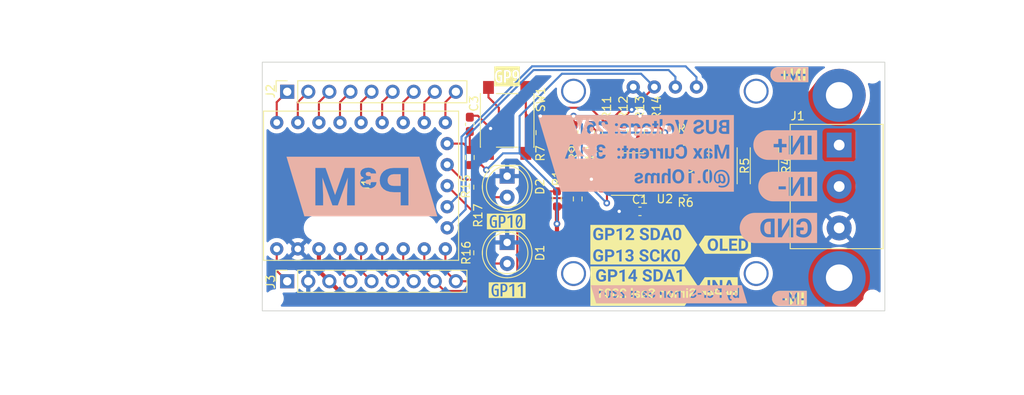
<source format=kicad_pcb>
(kicad_pcb (version 20211014) (generator pcbnew)
  (layers (0 "F.Cu" signal) (31 "B.Cu" signal) (34 "B.Paste" user) (35 "F.Paste" user) (36 "B.SilkS" user "B.Silkscreen") (37 "F.SilkS" user "F.Silkscreen") (38 "B.Mask" user) (39 "F.Mask" user) (44 "Edge.Cuts" user))
  (net 0 "")
  (net 1 "GND")
  (net 2 "+3V3")
  (net 3 "Net-(C2-Pad1)")
  (net 4 "Net-(C2-Pad2)")
  (net 5 "Net-(H2-Pad1)")
  (net 6 "Net-(H3-Pad1)")
  (net 7 "Net-(R10-Pad1)")
  (net 8 "Net-(R11-Pad1)")
  (net 9 "+5V")
  (net 10 "SDA1")
  (net 11 "SCK1")
  (net 12 "SDA0")
  (net 13 "SCK0")
  (net 14 "Net-(C3-Pad2)")
  (net 15 "Net-(J2-Pad1)")
  (net 16 "Net-(J2-Pad2)")
  (net 17 "Net-(J2-Pad3)")
  (net 18 "Net-(J2-Pad4)")
  (net 19 "Net-(J2-Pad5)")
  (net 20 "Net-(J2-Pad6)")
  (net 21 "Net-(J2-Pad7)")
  (net 22 "Net-(J2-Pad8)")
  (net 23 "Net-(J2-Pad9)")
  (net 24 "Net-(J3-Pad4)")
  (net 25 "Net-(J3-Pad5)")
  (net 26 "Net-(J3-Pad6)")
  (net 27 "Net-(J3-Pad7)")
  (net 28 "Net-(D1-Pad2)")
  (net 29 "Net-(R16-Pad2)")
  (net 30 "Net-(D2-Pad2)")
  (net 31 "Net-(R17-Pad2)")
  (footprint "Resistor_SMD:R_0603_1608Metric_Pad0.98x0.95mm_HandSolder" (layer "F.Cu") (at 152.5 85 180)
    (fp_text reference "R6" (at 0 -1.43) (layer "F.SilkS"))
    (fp_text value "10R")
    (pad "1" smd roundrect (at -0.9125 0 180) (size 0.975 0.95) (layers "F.Cu" "F.Paste" "F.Mask") (net 6 "Net-(H3-Pad1)"))
    (pad "2" smd roundrect (at 0.9125 0 180) (size 0.975 0.95) (layers "F.Cu" "F.Paste" "F.Mask") (net 4 "Net-(C2-Pad2)"))
  )
  (footprint "_PS_LIB_PCB:MKDS_3_3" (layer "F.Cu") (at 171 84.5 -90)
    (fp_text reference "J1" (at -8.5 5 unlocked) (layer "F.SilkS"))
    (fp_text value "Conn_01x03_Female")
    (pad "1" thru_hole rect (at -5 0 270) (size 3 3) (drill 1.3) (layers *.Cu *.Mask) (net 5 "Net-(H2-Pad1)"))
    (pad "2" thru_hole circle (at 0 0 270) (size 3 3) (drill 1.3) (layers *.Cu *.Mask) (net 6 "Net-(H3-Pad1)"))
    (pad "3" thru_hole circle (at 5 0 270) (size 3 3) (drill 1.3) (layers *.Cu *.Mask) (net 1 "GND"))
  )
  (footprint "Resistor_SMD:R_0603_1608Metric_Pad0.98x0.95mm_HandSolder" (layer "F.Cu") (at 127.5 92.5 90)
    (fp_text reference "R16" (at 0 -1.43 90) (layer "F.SilkS"))
    (fp_text value "120R")
    (pad "1" smd roundrect (at -0.9125 0 90) (size 0.975 0.95) (layers "F.Cu" "F.Paste" "F.Mask") (net 28 "Net-(D1-Pad2)"))
    (pad "2" smd roundrect (at 0.9125 0 90) (size 0.975 0.95) (layers "F.Cu" "F.Paste" "F.Mask") (net 29 "Net-(R16-Pad2)"))
  )
  (footprint "Connector_PinSocket_2.54mm:PinSocket_1x09_P2.54mm_Vertical" (layer "F.Cu") (at 104.5 95.93 90)
    (fp_text reference "J3" (at -0.07 -2 270) (layer "F.SilkS"))
    (fp_text value "Conn_01x09_Female")
    (pad "1" thru_hole rect (at 0 0 90) (size 1.7 1.7) (drill 1) (layers *.Cu *.Mask) (net 9 "+5V"))
    (pad "2" thru_hole oval (at 0 2.54 90) (size 1.7 1.7) (drill 1) (layers *.Cu *.Mask) (net 1 "GND"))
    (pad "3" thru_hole oval (at 0 5.08 90) (size 1.7 1.7) (drill 1) (layers *.Cu *.Mask) (net 2 "+3V3"))
    (pad "4" thru_hole oval (at 0 7.62 90) (size 1.7 1.7) (drill 1) (layers *.Cu *.Mask) (net 24 "Net-(J3-Pad4)"))
    (pad "5" thru_hole oval (at 0 10.16 90) (size 1.7 1.7) (drill 1) (layers *.Cu *.Mask) (net 25 "Net-(J3-Pad5)"))
    (pad "6" thru_hole oval (at 0 12.7 90) (size 1.7 1.7) (drill 1) (layers *.Cu *.Mask) (net 26 "Net-(J3-Pad6)"))
    (pad "7" thru_hole oval (at 0 15.24 90) (size 1.7 1.7) (drill 1) (layers *.Cu *.Mask) (net 27 "Net-(J3-Pad7)"))
    (pad "8" thru_hole oval (at 0 17.78 90) (size 1.7 1.7) (drill 1) (layers *.Cu *.Mask) (net 11 "SCK1"))
    (pad "9" thru_hole oval (at 0 20.32 90) (size 1.7 1.7) (drill 1) (layers *.Cu *.Mask) (net 10 "SDA1"))
  )
  (footprint "LED_THT:LED_D5.0mm" (layer "F.Cu") (at 131 91.25 -90)
    (fp_text reference "D1" (at 1.27 -3.96 90) (layer "F.SilkS"))
    (fp_text value "LED")
    (pad "1" thru_hole rect (at 0 0 270) (size 1.8 1.8) (drill 0.9) (layers *.Cu *.Mask) (net 1 "GND"))
    (pad "2" thru_hole circle (at 2.54 0 270) (size 1.8 1.8) (drill 0.9) (layers *.Cu *.Mask) (net 28 "Net-(D1-Pad2)"))
  )
  (footprint "Resistor_SMD:R_0603_1608Metric_Pad0.98x0.95mm_HandSolder" (layer "F.Cu") (at 152.5 79 180)
    (fp_text reference "R3" (at 0 1.5) (layer "F.SilkS"))
    (fp_text value "10R")
    (pad "1" smd roundrect (at -0.9125 0 180) (size 0.975 0.95) (layers "F.Cu" "F.Paste" "F.Mask") (net 5 "Net-(H2-Pad1)"))
    (pad "2" smd roundrect (at 0.9125 0 180) (size 0.975 0.95) (layers "F.Cu" "F.Paste" "F.Mask") (net 3 "Net-(C2-Pad1)"))
  )
  (footprint "Capacitor_SMD:C_0603_1608Metric_Pad1.08x0.95mm_HandSolder" (layer "F.Cu") (at 147 87.5)
    (fp_text reference "C1" (at 0 -1.43) (layer "F.SilkS"))
    (fp_text value "100nF")
    (pad "1" smd roundrect (at -0.8625 0) (size 1.075 0.95) (layers "F.Cu" "F.Paste" "F.Mask") (net 1 "GND"))
    (pad "2" smd roundrect (at 0.8625 0) (size 1.075 0.95) (layers "F.Cu" "F.Paste" "F.Mask") (net 2 "+3V3"))
  )
  (footprint "Resistor_SMD:R_0603_1608Metric_Pad0.98x0.95mm_HandSolder" (layer "F.Cu") (at 139 78 90)
    (fp_text reference "R9" (at -2.5 0 90) (layer "F.SilkS"))
    (fp_text value "4k7")
    (pad "1" smd roundrect (at -0.9125 0 90) (size 0.975 0.95) (layers "F.Cu" "F.Paste" "F.Mask") (net 7 "Net-(R10-Pad1)"))
    (pad "2" smd roundrect (at 0.9125 0 90) (size 0.975 0.95) (layers "F.Cu" "F.Paste" "F.Mask") (net 11 "SCK1"))
  )
  (footprint "kibuzzard-63CC5526" (layer "F.Cu") (at 147.5 96.518256)
    (fp_text reference "kibuzzard-63CC5526" hide)
    (fp_text value "G***" hide)
  )
  (footprint "Package_SO:SOIC-8_3.9x4.9mm_P1.27mm" (layer "F.Cu") (at 145.5 83)
    (fp_text reference "U2" (at 4.5 3) (layer "F.SilkS"))
    (fp_text value "INA219AxD")
    (pad "1" smd roundrect (at -2.475 -1.905) (size 1.95 0.6) (layers "F.Cu" "F.Paste" "F.Mask") (net 8 "Net-(R11-Pad1)"))
    (pad "2" smd roundrect (at -2.475 -0.635) (size 1.95 0.6) (layers "F.Cu" "F.Paste" "F.Mask") (net 7 "Net-(R10-Pad1)"))
    (pad "3" smd roundrect (at -2.475 0.635) (size 1.95 0.6) (layers "F.Cu" "F.Paste" "F.Mask") (net 10 "SDA1"))
    (pad "4" smd roundrect (at -2.475 1.905) (size 1.95 0.6) (layers "F.Cu" "F.Paste" "F.Mask") (net 11 "SCK1"))
    (pad "5" smd roundrect (at 2.475 1.905) (size 1.95 0.6) (layers "F.Cu" "F.Paste" "F.Mask") (net 2 "+3V3"))
    (pad "6" smd roundrect (at 2.475 0.635) (size 1.95 0.6) (layers "F.Cu" "F.Paste" "F.Mask") (net 1 "GND"))
    (pad "7" smd roundrect (at 2.475 -0.635) (size 1.95 0.6) (layers "F.Cu" "F.Paste" "F.Mask") (net 4 "Net-(C2-Pad2)"))
    (pad "8" smd roundrect (at 2.475 -1.905) (size 1.95 0.6) (layers "F.Cu" "F.Paste" "F.Mask") (net 3 "Net-(C2-Pad1)"))
  )
  (footprint "kibuzzard-63CC555F" (layer "F.Cu") (at 157.229461 91.518256)
    (fp_text reference "kibuzzard-63CC555F" hide)
    (fp_text value "G***" hide)
  )
  (footprint "Resistor_SMD:R_0603_1608Metric_Pad0.98x0.95mm_HandSolder" (layer "F.Cu") (at 145 77.9125 90)
    (fp_text reference "R12" (at 2.9125 0 90) (layer "F.SilkS"))
    (fp_text value "4k7")
    (pad "1" smd roundrect (at -0.9125 0 90) (size 0.975 0.95) (layers "F.Cu" "F.Paste" "F.Mask") (net 8 "Net-(R11-Pad1)"))
    (pad "2" smd roundrect (at 0.9125 0 90) (size 0.975 0.95) (layers "F.Cu" "F.Paste" "F.Mask") (net 1 "GND"))
  )
  (footprint "Connector_PinSocket_2.54mm:PinSocket_1x09_P2.54mm_Vertical" (layer "F.Cu") (at 104.5 73.07 90)
    (fp_text reference "J2" (at 0.07 -2 270) (layer "F.SilkS"))
    (fp_text value "Conn_01x09_Female")
    (pad "1" thru_hole rect (at 0 0 90) (size 1.7 1.7) (drill 1) (layers *.Cu *.Mask) (net 15 "Net-(J2-Pad1)"))
    (pad "2" thru_hole oval (at 0 2.54 90) (size 1.7 1.7) (drill 1) (layers *.Cu *.Mask) (net 16 "Net-(J2-Pad2)"))
    (pad "3" thru_hole oval (at 0 5.08 90) (size 1.7 1.7) (drill 1) (layers *.Cu *.Mask) (net 17 "Net-(J2-Pad3)"))
    (pad "4" thru_hole oval (at 0 7.62 90) (size 1.7 1.7) (drill 1) (layers *.Cu *.Mask) (net 18 "Net-(J2-Pad4)"))
    (pad "5" thru_hole oval (at 0 10.16 90) (size 1.7 1.7) (drill 1) (layers *.Cu *.Mask) (net 19 "Net-(J2-Pad5)"))
    (pad "6" thru_hole oval (at 0 12.7 90) (size 1.7 1.7) (drill 1) (layers *.Cu *.Mask) (net 20 "Net-(J2-Pad6)"))
    (pad "7" thru_hole oval (at 0 15.24 90) (size 1.7 1.7) (drill 1) (layers *.Cu *.Mask) (net 21 "Net-(J2-Pad7)"))
    (pad "8" thru_hole oval (at 0 17.78 90) (size 1.7 1.7) (drill 1) (layers *.Cu *.Mask) (net 22 "Net-(J2-Pad8)"))
    (pad "9" thru_hole oval (at 0 20.32 90) (size 1.7 1.7) (drill 1) (layers *.Cu *.Mask) (net 23 "Net-(J2-Pad9)"))
  )
  (footprint "kibuzzard-63CC555B" (layer "F.Cu") (at 156.433721 96.518256)
    (fp_text reference "kibuzzard-63CC555B" hide)
    (fp_text value "G***" hide)
  )
  (footprint "Resistor_SMD:R_0603_1608Metric_Pad0.98x0.95mm_HandSolder" (layer "F.Cu") (at 137 78 90)
    (fp_text reference "R8" (at -2.5 0 90) (layer "F.SilkS"))
    (fp_text value "4k7")
    (pad "1" smd roundrect (at -0.9125 0 90) (size 0.975 0.95) (layers "F.Cu" "F.Paste" "F.Mask") (net 7 "Net-(R10-Pad1)"))
    (pad "2" smd roundrect (at 0.9125 0 90) (size 0.975 0.95) (layers "F.Cu" "F.Paste" "F.Mask") (net 2 "+3V3"))
  )
  (footprint "_PS_LIB_PCB:SSD1306_0.96_Oled" (layer "F.Cu") (at 150 84)
    (fp_text reference "U3" hide)
    (fp_text value "OLED_SSD1306" hide)
    (pad "" np_thru_hole circle locked (at -11 -11) (size 3 3) (drill 2.5) (layers F&B.Cu *.Mask))
    (pad "" np_thru_hole circle locked (at 11 11) (size 3 3) (drill 2.5) (layers F&B.Cu *.Mask))
    (pad "" np_thru_hole circle locked (at 11 -11) (size 3 3) (drill 2.5) (layers F&B.Cu *.Mask))
    (pad "" np_thru_hole circle locked (at -11 11) (size 3 3) (drill 2.5) (layers F&B.Cu *.Mask))
    (pad "1" thru_hole circle locked (at -3.81 -11.5) (size 1.6 1.6) (drill 0.8) (layers *.Cu *.Mask) (net 1 "GND"))
    (pad "2" thru_hole circle locked (at -1.27 -11.5) (size 1.6 1.6) (drill 0.8) (layers *.Cu *.Mask) (net 2 "+3V3"))
    (pad "3" thru_hole circle locked (at 1.27 -11.5) (size 1.6 1.6) (drill 0.8) (layers *.Cu *.Mask) (net 13 "SCK0"))
    (pad "4" thru_hole circle locked (at 3.81 -11.5) (size 1.6 1.6) (drill 0.8) (layers *.Cu *.Mask) (net 12 "SDA0"))
  )
  (footprint "kibuzzard-63CC52D2" (layer "F.Cu") (at 131 97)
    (fp_text reference "kibuzzard-63CC52D2" hide)
    (fp_text value "G***" hide)
  )
  (footprint "_PS_LIB_PCB:Mounting_Hole_JLC" (layer "F.Cu") (at 175 98)
    (fp_text reference "MH*" hide)
    (fp_text value "Mounting_Hole_JLC" hide)
    (pad "" np_thru_hole circle (at 0 0) (size 1.152 1.152) (drill 1.152) (layers F&B.Cu *.Mask))
  )
  (footprint "_PS_LIB_PCB:Mounting_Hole_JLC" (layer "F.Cu") (at 175 71)
    (fp_text reference "MH*" hide)
    (fp_text value "Mounting_Hole_JLC" hide)
    (pad "" np_thru_hole circle (at 0 0) (size 1.152 1.152) (drill 1.152) (layers F&B.Cu *.Mask))
  )
  (footprint "_PS_LIB_PCB:RP2040-Zero" (layer "F.Cu") (at 125.15 93.405 90)
    (fp_text reference "U1" (at 8.905 -11.15 90 unlocked) (layer "F.SilkS"))
    (fp_text value "RP2040_Zero")
    (pad "0" thru_hole circle (at 16.62 -21.91 90) (size 1.6 1.6) (drill 0.8) (layers *.Cu *.Mask) (net 15 "Net-(J2-Pad1)"))
    (pad "1" thru_hole circle (at 16.62 -19.37 90) (size 1.6 1.6) (drill 0.8) (layers *.Cu *.Mask) (net 16 "Net-(J2-Pad2)"))
    (pad "2" thru_hole circle (at 16.62 -16.83 90) (size 1.6 1.6) (drill 0.8) (layers *.Cu *.Mask) (net 17 "Net-(J2-Pad3)"))
    (pad "3" thru_hole circle (at 16.62 -14.29 90) (size 1.6 1.6) (drill 0.8) (layers *.Cu *.Mask) (net 18 "Net-(J2-Pad4)"))
    (pad "4" thru_hole circle (at 16.62 -11.75 90) (size 1.6 1.6) (drill 0.8) (layers *.Cu *.Mask) (net 19 "Net-(J2-Pad5)"))
    (pad "5" thru_hole circle (at 16.62 -9.21 90) (size 1.6 1.6) (drill 0.8) (layers *.Cu *.Mask) (net 20 "Net-(J2-Pad6)"))
    (pad "6" thru_hole circle (at 16.62 -6.67 90) (size 1.6 1.6) (drill 0.8) (layers *.Cu *.Mask) (net 21 "Net-(J2-Pad7)"))
    (pad "7" thru_hole circle (at 16.62 -4.13 90) (size 1.6 1.6) (drill 0.8) (layers *.Cu *.Mask) (net 22 "Net-(J2-Pad8)"))
    (pad "8" thru_hole circle (at 16.62 -1.59 90) (size 1.6 1.6) (drill 0.8) (layers *.Cu *.Mask) (net 23 "Net-(J2-Pad9)"))
    (pad "9" thru_hole circle (at 14.08 -1.38 90) (size 1.6 1.6) (drill 0.8) (layers *.Cu *.Mask) (net 14 "Net-(C3-Pad2)"))
    (pad "10" thru_hole circle (at 11.54 -1.38 90) (size 1.6 1.6) (drill 0.8) (layers *.Cu *.Mask) (net 31 "Net-(R17-Pad2)"))
    (pad "11" thru_hole circle (at 9 -1.38 90) (size 1.6 1.6) (drill 0.8) (layers *.Cu *.Mask) (net 29 "Net-(R16-Pad2)"))
    (pad "12" thru_hole circle (at 6.46 -1.38 90) (size 1.6 1.6) (drill 0.8) (layers *.Cu *.Mask) (net 12 "SDA0"))
    (pad "13" thru_hole circle (at 3.92 -1.38 90) (size 1.6 1.6) (drill 0.8) (layers *.Cu *.Mask) (net 13 "SCK0"))
    (pad "14" thru_hole circle (at 1.38 -1.59 90) (size 1.6 1.6) (drill 0.8) (layers *.Cu *.Mask) (net 10 "SDA1"))
    (pad "15" thru_hole circle (at 1.38 -4.13 90) (size 1.6 1.6) (drill 0.8) (layers *.Cu *.Mask) (net 11 "SCK1"))
    (pad "26" thru_hole circle (at 1.38 -6.67 90) (size 1.6 1.6) (drill 0.8) (layers *.Cu *.Mask) (net 27 "Net-(J3-Pad7)"))
    (pad "27" thru_hole circle (at 1.38 -9.21 90) (size 1.6 1.6) (drill 0.8) (layers *.Cu *.Mask) (net 26 "Net-(J3-Pad6)"))
    (pad "28" thru_hole circle (at 1.38 -11.75 90) (size 1.6 1.6) (drill 0.8) (layers *.Cu *.Mask) (net 25 "Net-(J3-Pad5)"))
    (pad "29" thru_hole circle (at 1.38 -14.29 90) (size 1.6 1.6) (drill 0.8) (layers *.Cu *.Mask) (net 24 "Net-(J3-Pad4)"))
    (pad "30" thru_hole circle (at 1.38 -16.83 90) (size 1.6 1.6) (drill 0.8) (layers *.Cu *.Mask) (net 2 "+3V3"))
    (pad "31" thru_hole circle (at 1.38 -19.37 90) (size 1.6 1.6) (drill 0.8) (layers *.Cu *.Mask) (net 1 "GND"))
    (pad "32" thru_hole circle (at 1.38 -21.91 90) (size 1.6 1.6) (drill 0.8) (layers *.Cu *.Mask) (net 9 "+5V"))
  )
  (footprint "Resistor_SMD:R_0603_1608Metric_Pad0.98x0.95mm_HandSolder" (layer "F.Cu") (at 137 86 90)
    (fp_text reference "R1" (at 2.5 0 90) (layer "F.SilkS"))
    (fp_text value "4k7")
    (pad "1" smd roundrect (at -0.9125 0 90) (size 0.975 0.95) (layers "F.Cu" "F.Paste" "F.Mask") (net 2 "+3V3"))
    (pad "2" smd roundrect (at 0.9125 0 90) (size 0.975 0.95) (layers "F.Cu" "F.Paste" "F.Mask") (net 10 "SDA1"))
  )
  (footprint "Resistor_SMD:R_0603_1608Metric_Pad0.98x0.95mm_HandSolder" (layer "F.Cu") (at 126.5 81 -90)
    (fp_text reference "R15" (at 3.5 0.5 90) (layer "F.SilkS"))
    (fp_text value "10k")
    (pad "1" smd roundrect (at -0.9125 0 270) (size 0.975 0.95) (layers "F.Cu" "F.Paste" "F.Mask") (net 14 "Net-(C3-Pad2)"))
    (pad "2" smd roundrect (at 0.9125 0 270) (size 0.975 0.95) (layers "F.Cu" "F.Paste" "F.Mask") (net 2 "+3V3"))
  )
  (footprint "Capacitor_SMD:C_0603_1608Metric_Pad1.08x0.95mm_HandSolder" (layer "F.Cu") (at 126.5 77 -90)
    (fp_text reference "C3" (at -2.5 -0.5 -90) (layer "F.SilkS"))
    (fp_text value "10n")
    (pad "1" smd roundrect (at -0.8625 0 270) (size 1.075 0.95) (layers "F.Cu" "F.Paste" "F.Mask") (net 1 "GND"))
    (pad "2" smd roundrect (at 0.8625 0 270) (size 1.075 0.95) (layers "F.Cu" "F.Paste" "F.Mask") (net 14 "Net-(C3-Pad2)"))
  )
  (footprint "Resistor_SMD:R_2512_6332Metric_Pad1.40x3.35mm_HandSolder" (layer "F.Cu") (at 162 82 -90)
    (fp_text reference "R4" (at 0 -2.62 90) (layer "F.SilkS"))
    (fp_text value "0.1R")
    (pad "1" smd roundrect (at -3.05 0 270) (size 1.4 3.35) (layers "F.Cu" "F.Paste" "F.Mask") (roundrect_rratio 0.1785707143) (net 5 "Net-(H2-Pad1)"))
    (pad "2" smd roundrect (at 3.05 0 270) (size 1.4 3.35) (layers "F.Cu" "F.Paste" "F.Mask") (roundrect_rratio 0.1785707143) (net 6 "Net-(H3-Pad1)"))
  )
  (footprint "_PS_LIB_PCB:Mounting_Hole_JLC" (layer "F.Cu") (at 103 71)
    (fp_text reference "MH*" hide)
    (fp_text value "Mounting_Hole_JLC" hide)
    (pad "" np_thru_hole circle (at 0 0) (size 1.152 1.152) (drill 1.152) (layers F&B.Cu *.Mask))
  )
  (footprint "kibuzzard-63CC52C8" (layer "F.Cu") (at 130.876141 88.716753)
    (fp_text reference "kibuzzard-63CC52C8" hide)
    (fp_text value "G***" hide)
  )
  (footprint "Resistor_SMD:R_2512_6332Metric_Pad1.40x3.35mm_HandSolder" (layer "F.Cu") (at 157 82 -90)
    (fp_text reference "R5" (at 0 -2.62 90) (layer "F.SilkS"))
    (fp_text value "0.1R")
    (pad "1" smd roundrect (at -3.05 0 270) (size 1.4 3.35) (layers "F.Cu" "F.Paste" "F.Mask") (roundrect_rratio 0.1785707143) (net 5 "Net-(H2-Pad1)"))
    (pad "2" smd roundrect (at 3.05 0 270) (size 1.4 3.35) (layers "F.Cu" "F.Paste" "F.Mask") (roundrect_rratio 0.1785707143) (net 6 "Net-(H3-Pad1)"))
  )
  (footprint "Resistor_SMD:R_0603_1608Metric_Pad0.98x0.95mm_HandSolder" (layer "F.Cu") (at 143 77.9125 90)
    (fp_text reference "R11" (at 2.9125 0 90) (layer "F.SilkS"))
    (fp_text value "4k7")
    (pad "1" smd roundrect (at -0.9125 0 90) (size 0.975 0.95) (layers "F.Cu" "F.Paste" "F.Mask") (net 8 "Net-(R11-Pad1)"))
    (pad "2" smd roundrect (at 0.9125 0 90) (size 0.975 0.95) (layers "F.Cu" "F.Paste" "F.Mask") (net 2 "+3V3"))
  )
  (footprint "Resistor_SMD:R_0603_1608Metric_Pad0.98x0.95mm_HandSolder" (layer "F.Cu") (at 149 77.9125 90)
    (fp_text reference "R14" (at 2.9125 0 90) (layer "F.SilkS"))
    (fp_text value "4k7")
    (pad "1" smd roundrect (at -0.9125 0 90) (size 0.975 0.95) (layers "F.Cu" "F.Paste" "F.Mask") (net 8 "Net-(R11-Pad1)"))
    (pad "2" smd roundrect (at 0.9125 0 90) (size 0.975 0.95) (layers "F.Cu" "F.Paste" "F.Mask") (net 10 "SDA1"))
  )
  (footprint "kibuzzard-63CC531B" (layer "F.Cu") (at 165 71)
    (fp_text reference "kibuzzard-63CC531B" hide)
    (fp_text value "G***" hide)
  )
  (footprint "LED_THT:LED_D5.0mm" (layer "F.Cu") (at 131 83.25 -90)
    (fp_text reference "D2" (at 1.27 -3.96 90) (layer "F.SilkS"))
    (fp_text value "LED")
    (pad "1" thru_hole rect (at 0 0 270) (size 1.8 1.8) (drill 0.9) (layers *.Cu *.Mask) (net 1 "GND"))
    (pad "2" thru_hole circle (at 2.54 0 270) (size 1.8 1.8) (drill 0.9) (layers *.Cu *.Mask) (net 30 "Net-(D2-Pad2)"))
  )
  (footprint "Resistor_SMD:R_0603_1608Metric_Pad0.98x0.95mm_HandSolder" (layer "F.Cu") (at 135 78 90)
    (fp_text reference "R7" (at -2.5 0 90) (layer "F.SilkS"))
    (fp_text value "4k7")
    (pad "1" smd roundrect (at -0.9125 0 90) (size 0.975 0.95) (layers "F.Cu" "F.Paste" "F.Mask") (net 7 "Net-(R10-Pad1)"))
    (pad "2" smd roundrect (at 0.9125 0 90) (size 0.975 0.95) (layers "F.Cu" "F.Paste" "F.Mask") (net 1 "GND"))
  )
  (footprint "Resistor_SMD:R_0603_1608Metric_Pad0.98x0.95mm_HandSolder" (layer "F.Cu") (at 139.5 86 90)
    (fp_text reference "R2" (at 2.5 0 90) (layer "F.SilkS"))
    (fp_text value "4k7")
    (pad "1" smd roundrect (at -0.9125 0 90) (size 0.975 0.95) (layers "F.Cu" "F.Paste" "F.Mask") (net 2 "+3V3"))
    (pad "2" smd roundrect (at 0.9125 0 90) (size 0.975 0.95) (layers "F.Cu" "F.Paste" "F.Mask") (net 11 "SCK1"))
  )
  (footprint "_PS_LIB_PCB:Langloch" (layer "F.Cu") (at 114.5 89.5)
    (fp_text reference "H1" hide)
    (fp_text value "MountingHole" hide)
    (pad "" np_thru_hole oval (at 0 0) (size 15 2) (drill oval 15 2) (layers F&B.Cu *.Mask))
  )
  (footprint "kibuzzard-63CC5329" (layer "F.Cu") (at 165 98)
    (fp_text reference "kibuzzard-63CC5329" hide)
    (fp_text value "G***" hide)
  )
  (footprint "kibuzzard-63CC52B4" (layer "F.Cu") (at 130.989678 71.210995)
    (fp_text reference "kibuzzard-63CC52B4" hide)
    (fp_text value "G***" hide)
  )
  (footprint "Resistor_SMD:R_0603_1608Metric_Pad0.98x0.95mm_HandSolder" (layer "F.Cu") (at 147 77.9125 90)
    (fp_text reference "R13" (at 2.9125 0 90) (layer "F.SilkS"))
    (fp_text value "4k7")
    (pad "1" smd roundrect (at -0.9125 0 90) (size 0.975 0.95) (layers "F.Cu" "F.Paste" "F.Mask") (net 8 "Net-(R11-Pad1)"))
    (pad "2" smd roundrect (at 0.9125 0 90) (size 0.975 0.95) (layers "F.Cu" "F.Paste" "F.Mask") (net 11 "SCK1"))
  )
  (footprint "Capacitor_SMD:C_0603_1608Metric_Pad1.08x0.95mm_HandSolder" (layer "F.Cu") (at 151.5 82 -90)
    (fp_text reference "C2" (at 0 -1.43 -90) (layer "F.SilkS"))
    (fp_text value "100nF")
    (pad "1" smd roundrect (at -0.8625 0 270) (size 1.075 0.95) (layers "F.Cu" "F.Paste" "F.Mask") (net 3 "Net-(C2-Pad1)"))
    (pad "2" smd roundrect (at 0.8625 0 270) (size 1.075 0.95) (layers "F.Cu" "F.Paste" "F.Mask") (net 4 "Net-(C2-Pad2)"))
  )
  (footprint "kibuzzard-63CC54E8" (layer "F.Cu") (at 147.46809 91.518256)
    (fp_text reference "kibuzzard-63CC54E8" hide)
    (fp_text value "G***" hide)
  )
  (footprint "Button_Switch_SMD:SW_Push_1P1T_NO_6x6mm_H9.5mm" (layer "F.Cu") (at 131 76.525 -90)
    (fp_text reference "SW1" (at -2.525 -4.05 90) (layer "F.SilkS"))
    (fp_text value "SW_MEC_5G")
    (pad "1" smd rect (at -3.975 -2.25 270) (size 1.55 1.3) (layers "F.Cu" "F.Paste" "F.Mask") (net 1 "GND"))
    (pad "1" smd rect (at 3.975 -2.25 270) (size 1.55 1.3) (layers "F.Cu" "F.Paste" "F.Mask") (net 1 "GND"))
    (pad "2" smd rect (at -3.975 2.25 270) (size 1.55 1.3) (layers "F.Cu" "F.Paste" "F.Mask") (net 14 "Net-(C3-Pad2)"))
    (pad "2" smd rect (at 3.975 2.25 270) (size 1.55 1.3) (layers "F.Cu" "F.Paste" "F.Mask") (net 14 "Net-(C3-Pad2)"))
  )
  (footprint "MountingHole:MountingHole_3.2mm_M3_Pad_TopBottom" (layer "F.Cu") (at 171 73.5)
    (fp_text reference "H2" hide)
    (fp_text value "MountingHole_Pad" hide)
    (pad "1" thru_hole circle (at 0 0) (size 3.6 3.6) (drill 3.2) (layers *.Cu *.Mask) (net 5 "Net-(H2-Pad1)"))
    (pad "1" connect circle (at 0 0) (size 6.4 6.4) (layers "F.Cu" "F.Mask") (net 5 "Net-(H2-Pad1)"))
    (pad "1" connect circle (at 0 0) (size 6.4 6.4) (layers "B.Cu" "B.Mask") (net 5 "Net-(H2-Pad1)"))
  )
  (footprint "Resistor_SMD:R_0603_1608Metric_Pad0.98x0.95mm_HandSolder" (layer "F.Cu") (at 127.5 84.5875 90)
    (fp_text reference "R17" (at -3.4125 0 90) (layer "F.SilkS"))
    (fp_text value "120R")
    (pad "1" smd roundrect (at -0.9125 0 90) (size 0.975 0.95) (layers "F.Cu" "F.Paste" "F.Mask") (net 30 "Net-(D2-Pad2)"))
    (pad "2" smd roundrect (at 0.9125 0 90) (size 0.975 0.95) (layers "F.Cu" "F.Paste" "F.Mask") (net 31 "Net-(R17-Pad2)"))
  )
  (footprint "Resistor_SMD:R_0603_1608Metric_Pad0.98x0.95mm_HandSolder" (layer "F.Cu") (at 141 78 90)
    (fp_text reference "R10" (at -3 0 90) (layer "F.SilkS"))
    (fp_text value "4k7")
    (pad "1" smd roundrect (at -0.9125 0 90) (size 0.975 0.95) (layers "F.Cu" "F.Paste" "F.Mask") (net 7 "Net-(R10-Pad1)"))
    (pad "2" smd roundrect (at 0.9125 0 90) (size 0.975 0.95) (layers "F.Cu" "F.Paste" "F.Mask") (net 10 "SDA1"))
  )
  (footprint "MountingHole:MountingHole_3.2mm_M3_Pad_TopBottom" (layer "F.Cu") (at 171 95.5)
    (fp_text reference "H3" hide)
    (fp_text value "MountingHole_Pad" hide)
    (pad "1" connect circle (at 0 0) (size 6.4 6.4) (layers "B.Cu" "B.Mask") (net 6 "Net-(H3-Pad1)"))
    (pad "1" thru_hole circle (at 0 0) (size 3.6 3.6) (drill 3.2) (layers *.Cu *.Mask) (net 6 "Net-(H3-Pad1)"))
    (pad "1" connect circle (at 0 0) (size 6.4 6.4) (layers "F.Cu" "F.Mask") (net 6 "Net-(H3-Pad1)"))
  )
  (footprint "_PS_LIB_PCB:Mounting_Hole_JLC" (layer "F.Cu") (at 103 98)
    (fp_text reference "MH*" hide)
    (fp_text value "Mounting_Hole_JLC" hide)
    (pad "" np_thru_hole circle (at 0 0) (size 1.152 1.152) (drill 1.152) (layers F&B.Cu *.Mask))
  )
  (footprint "kibuzzard-63CBF098" (layer "B.Cu") (at 150.5 97.5 180)
    (fp_text reference "kibuzzard-63CBF098" hide)
    (fp_text value "G***" hide)
  )
  (footprint "kibuzzard-63CC5385" (layer "B.Cu") (at 165 98 180)
    (fp_text reference "kibuzzard-63CC5385" hide)
    (fp_text value "G***" hide)
  )
  (footprint "kibuzzard-63CBEE3D" (layer "B.Cu") (at 164.5 79.5 180)
    (fp_text reference "kibuzzard-63CBEE3D" hide)
    (fp_text value "G***" hide)
  )
  (footprint "kibuzzard-63CBEE36" (layer "B.Cu") (at 164.796106 84.5 180)
    (fp_text reference "kibuzzard-63CBEE36" hide)
    (fp_text value "G***" hide)
  )
  (footprint "kibuzzard-63CC537E" (layer "B.Cu") (at 165 71 180)
    (fp_text reference "kibuzzard-63CC537E" hide)
    (fp_text value "G***" hide)
  )
  (footprint "kibuzzard-63CBEDF8" (layer "B.Cu") (at 163.677569 89.5 180)
    (fp_text reference "kibuzzard-63CBEDF8" hide)
    (fp_text value "G***" hide)
  )
  (footprint "kibuzzard-63CBEF03" (layer "B.Cu") (at 113.5 84.5 180)
    (fp_text reference "kibuzzard-63CBEF03" hide)
    (fp_text value "G***" hide)
  )
  (footprint "kibuzzard-63CEA8C5" (layer "B.Cu") (at 146.5 80.5 180)
    (fp_text reference "kibuzzard-63CEA8C5" hide)
    (fp_text value "G***" hide)
  )
  (gr_rect (start 101.5 69.5) (end 176.5 99.5) (layer "Edge.Cuts") (width 0.1) (fill none))
  (segment (start 145 76.226349) (end 146.001849 75.2245) (width 0.25) (layer "F.Cu") (net 1))
  (segment (start 133.5 76) (end 133.25 75.75) (width 0.25) (layer "F.Cu") (net 1))
  (segment (start 133.25 80.5) (end 133.25 75.75) (width 0.25) (layer "F.Cu") (net 1))
  (segment (start 133.25 75.75) (end 133.25 72.55) (width 0.25) (layer "F.Cu") (net 1))
  (segment (start 135 76) (end 133.5 76) (width 0.25) (layer "F.Cu") (net 1))
  (segment (start 127.4625 75.9625) (end 129 77.5) (width 0.25) (layer "F.Cu") (net 1))
  (segment (start 145.9625 87.5) (end 145.9625 84.0375) (width 0.25) (layer "F.Cu") (net 1))
  (segment (start 135 77.0875) (end 135 76) (width 0.25) (layer "F.Cu") (net 1))
  (segment (start 145.9625 84.0375) (end 146.365 83.635) (width 0.25) (layer "F.Cu") (net 1))
  (segment (start 126.5 75.9625) (end 127.4625 75.9625) (width 0.25) (layer "F.Cu") (net 1))
  (segment (start 145 77) (end 145 76.226349) (width 0.25) (layer "F.Cu") (net 1))
  (segment (start 146.365 83.635) (end 147.975 83.635) (width 0.25) (layer "F.Cu") (net 1))
  (segment (start 145.9625 87.5) (end 144.5 87.5) (width 0.25) (layer "F.Cu") (net 1))
  (via (at 129 77.5) (size 0.8) (drill 0.4) (layers "F.Cu" "B.Cu") (net 1))
  (via (at 146.001849 75.2245) (size 0.8) (drill 0.4) (layers "F.Cu" "B.Cu") (net 1))
  (via (at 144.5 87.5) (size 0.8) (drill 0.4) (layers "F.Cu" "B.Cu") (net 1))
  (via (at 135 76) (size 0.8) (drill 0.4) (layers "F.Cu" "B.Cu") (net 1))
  (segment (start 108.32 92.025) (end 108.32 94.67) (width 0.5) (layer "F.Cu") (net 2))
  (segment (start 138 75) (end 141 75) (width 0.25) (layer "F.Cu") (net 2))
  (segment (start 137 76) (end 138 75) (width 0.25) (layer "F.Cu") (net 2))
  (segment (start 139.5 86.9125) (end 141.4125 86.9125) (width 0.5) (layer "F.Cu") (net 2))
  (segment (start 141 75) (end 143 77) (width 0.25) (layer "F.Cu") (net 2))
  (segment (start 144 89.5) (end 147 89.5) (width 0.5) (layer "F.Cu") (net 2))
  (segment (start 127.9125 81.9125) (end 128.5 82.5) (width 0.25) (layer "F.Cu") (net 2))
  (segment (start 148.0375 88.4625) (end 148.0375 87.5) (width 0.5) (layer "F.Cu") (net 2))
  (segment (start 126.5 81.9125) (end 127.9125 81.9125) (width 0.25) (layer "F.Cu") (net 2))
  (segment (start 108.32 94.67) (end 109.58 95.93) (width 0.5) (layer "F.Cu") (net 2))
  (segment (start 137 77.0875) (end 137 76) (width 0.25) (layer "F.Cu") (net 2))
  (segment (start 148.0375 87.5) (end 148.0375 84.9675) (width 0.25) (layer "F.Cu") (net 2))
  (segment (start 147 89.5) (end 148.0375 88.4625) (width 0.5) (layer "F.Cu") (net 2))
  (segment (start 137 86.9125) (end 139.5 86.9125) (width 0.5) (layer "F.Cu") (net 2))
  (segment (start 145.5 74.5) (end 143 77) (width 0.25) (layer "F.Cu") (net 2))
  (segment (start 148.0375 84.9675) (end 147.975 84.905) (width 0.25) (layer "F.Cu") (net 2))
  (segment (start 141.4125 86.9125) (end 144 89.5) (width 0.5) (layer "F.Cu") (net 2))
  (segment (start 137 92.5) (end 137 86.9125) (width 0.5) (layer "F.Cu") (net 2))
  (segment (start 111.32903 97.67903) (end 131.82097 97.67903) (width 0.5) (layer "F.Cu") (net 2))
  (segment (start 146.73 74.5) (end 145.5 74.5) (width 0.25) (layer "F.Cu") (net 2))
  (segment (start 131.82097 97.67903) (end 137 92.5) (width 0.5) (layer "F.Cu") (net 2))
  (segment (start 109.58 95.93) (end 111.32903 97.67903) (width 0.5) (layer "F.Cu") (net 2))
  (segment (start 148.73 72.5) (end 146.73 74.5) (width 0.25) (layer "F.Cu") (net 2))
  (via (at 137 89) (size 0.8) (drill 0.4) (layers "F.Cu" "B.Cu") (net 2))
  (via (at 128.5 82.5) (size 0.8) (drill 0.4) (layers "F.Cu" "B.Cu") (net 2))
  (segment (start 132.5 80.5) (end 137 85) (width 0.25) (layer "B.Cu") (net 2))
  (segment (start 148.73 72.5) (end 147.12904 70.89904) (width 0.25) (layer "B.Cu") (net 2))
  (segment (start 128.5 82.5) (end 130.5 80.5) (width 0.25) (layer "B.Cu") (net 2))
  (segment (start 130.5 80.5) (end 132.5 80.5) (width 0.25) (layer "B.Cu") (net 2))
  (segment (start 147.12904 70.89904) (end 137.60096 70.89904) (width 0.25) (layer "B.Cu") (net 2))
  (segment (start 137.60096 70.89904) (end 132.5 76) (width 0.25) (layer "B.Cu") (net 2))
  (segment (start 137 85) (end 137 89) (width 0.25) (layer "B.Cu") (net 2))
  (segment (start 132.5 76) (end 132.5 80.5) (width 0.25) (layer "B.Cu") (net 2))
  (segment (start 147.975 81.095) (end 151.4575 81.095) (width 0.25) (layer "F.Cu") (net 3))
  (segment (start 151.5 79.0875) (end 151.5875 79) (width 0.25) (layer "F.Cu") (net 3))
  (segment (start 151.4575 81.095) (end 151.5 81.1375) (width 0.25) (layer "F.Cu") (net 3))
  (segment (start 151.5 81.1375) (end 151.5 79.0875) (width 0.25) (layer "F.Cu") (net 3))
  (segment (start 147.975 82.365) (end 151.0025 82.365) (width 0.25) (layer "F.Cu") (net 4))
  (segment (start 151.5 82.8625) (end 151.5 84.9125) (width 0.25) (layer "F.Cu") (net 4))
  (segment (start 151.0025 82.365) (end 151.5 82.8625) (width 0.25) (layer "F.Cu") (net 4))
  (segment (start 151.5 84.9125) (end 151.5875 85) (width 0.25) (layer "F.Cu") (net 4))
  (segment (start 156.95 79) (end 157 78.95) (width 0.25) (layer "F.Cu") (net 5))
  (segment (start 153.4125 79) (end 156.95 79) (width 0.25) (layer "F.Cu") (net 5))
  (segment (start 156.95 85) (end 157 85.05) (width 0.25) (layer "F.Cu") (net 6))
  (segment (start 153.4125 85) (end 156.95 85) (width 0.25) (layer "F.Cu") (net 6))
  (segment (start 135 78.9125) (end 137 78.9125) (width 0.25) (layer "F.Cu") (net 7))
  (segment (start 137 78.9125) (end 139 78.9125) (width 0.25) (layer "F.Cu") (net 7))
  (segment (start 139 78.9125) (end 141 78.9125) (width 0.25) (layer "F.Cu") (net 7))
  (segment (start 141 82) (end 141 78.9125) (width 0.25) (layer "F.Cu") (net 7))
  (segment (start 143.025 82.365) (end 141.365 82.365) (width 0.25) (layer "F.Cu") (net 7))
  (segment (start 141.365 82.365) (end 141 82) (width 0.25) (layer "F.Cu") (net 7))
  (segment (start 143.025 81.095) (end 143.025 78.85) (width 0.25) (layer "F.Cu") (net 8))
  (segment (start 143 78.825) (end 145 78.825) (width 0.25) (layer "F.Cu") (net 8))
  (segment (start 143.025 78.85) (end 143 78.825) (width 0.25) (layer "F.Cu") (net 8))
  (segment (start 147 78.825) (end 145 78.825) (width 0.25) (layer "F.Cu") (net 8))
  (segment (start 149 78.825) (end 147 78.825) (width 0.25) (layer "F.Cu") (net 8))
  (segment (start 103.24 92.025) (end 103.24 94.67) (width 0.25) (layer "F.Cu") (net 9))
  (segment (start 103.24 94.67) (end 104.5 95.93) (width 0.25) (layer "F.Cu") (net 9))
  (segment (start 131.07 95.93) (end 124.82 95.93) (width 0.25) (layer "F.Cu") (net 10))
  (segment (start 135.776782 85.0875) (end 132.224511 88.639771) (width 0.25) (layer "F.Cu") (net 10))
  (segment (start 141.135 83.635) (end 141.147299 83.622701) (width 0.25) (layer "F.Cu") (net 10))
  (segment (start 143.025 83.635) (end 141.135 83.635) (width 0.25) (layer "F.Cu") (net 10))
  (segment (start 150 78) (end 149 77) (width 0.25) (layer "F.Cu") (net 10))
  (segment (start 132.224511 94.775489) (end 131.07 95.93) (width 0.25) (layer "F.Cu") (net 10))
  (segment (start 142 78) (end 141.9125 78) (width 0.25) (layer "F.Cu") (net 10))
  (segment (start 123.56 92.025) (end 123.56 94.67) (width 0.25) (layer "F.Cu") (net 10))
  (segment (start 138.4525 83.635) (end 137 85.0875) (width 0.25) (layer "F.Cu") (net 10))
  (segment (start 141.135 83.635) (end 138.4525 83.635) (width 0.25) (layer "F.Cu") (net 10))
  (segment (start 132.224511 88.639771) (end 132.224511 94.775489) (width 0.25) (layer "F.Cu") (net 10))
  (segment (start 141.9125 78) (end 141 77.0875) (width 0.25) (layer "F.Cu") (net 10))
  (segment (start 137 85.0875) (end 135.776782 85.0875) (width 0.25) (layer "F.Cu") (net 10))
  (segment (start 123.56 94.67) (end 124.82 95.93) (width 0.25) (layer "F.Cu") (net 10))
  (via (at 141.147299 83.622701) (size 0.8) (drill 0.4) (layers "F.Cu" "B.Cu") (net 10))
  (via (at 150 78) (size 0.8) (drill 0.4) (layers "F.Cu" "B.Cu") (net 10))
  (via (at 142 78) (size 0.8) (drill 0.4) (layers "F.Cu" "B.Cu") (net 10))
  (segment (start 141.147299 78.852701) (end 142 78) (width 0.25) (layer "B.Cu") (net 10))
  (segment (start 142 78) (end 150 78) (width 0.25) (layer "B.Cu") (net 10))
  (segment (start 141.147299 83.622701) (end 141.147299 78.852701) (width 0.25) (layer "B.Cu") (net 10))
  (segment (start 147 76) (end 147 77) (width 0.25) (layer "F.Cu") (net 11))
  (segment (start 133.5 94.135717) (end 130.531206 97.104511) (width 0.25) (layer "F.Cu") (net 11))
  (segment (start 130.531206 97.104511) (end 123.454511 97.104511) (width 0.25) (layer "F.Cu") (net 11))
  (segment (start 133.5 88) (end 133.5 94.135717) (width 0.25) (layer "F.Cu") (net 11))
  (segment (start 121.02 94.67) (end 122.28 95.93) (width 0.25) (layer "F.Cu") (net 11))
  (segment (start 139.5 85.0875) (end 138.68798 85.89952) (width 0.25) (layer "F.Cu") (net 11))
  (segment (start 135.60048 85.89952) (end 133.5 88) (width 0.25) (layer "F.Cu") (net 11))
  (segment (start 138.68798 85.89952) (end 135.60048 85.89952) (width 0.25) (layer "F.Cu") (net 11))
  (segment (start 139 76) (end 139 77.0875) (width 0.25) (layer "F.Cu") (net 11))
  (segment (start 123.454511 97.104511) (end 122.28 95.93) (width 0.25) (layer "F.Cu") (net 11))
  (segment (start 121.02 92.025) (end 121.02 94.67) (width 0.25) (layer "F.Cu") (net 11))
  (segment (start 143.025 84.905) (end 143.025 86.475) (width 0.25) (layer "F.Cu") (net 11))
  (segment (start 143.025 84.905) (end 139.6825 84.905) (width 0.25) (layer "F.Cu") (net 11))
  (segment (start 139.6825 84.905) (end 139.5 85.0875) (width 0.25) (layer "F.Cu") (net 11))
  (segment (start 143.025 86.475) (end 143 86.5) (width 0.25) (layer "F.Cu") (net 11))
  (via (at 143 86.5) (size 0.8) (drill 0.4) (layers "F.Cu" "B.Cu") (net 11))
  (via (at 139 76) (size 0.8) (drill 0.4) (layers "F.Cu" "B.Cu") (net 11))
  (via (at 147 76) (size 0.8) (drill 0.4) (layers "F.Cu" "B.Cu") (net 11))
  (segment (start 139 76) (end 147 76) (width 0.25) (layer "B.Cu") (net 11))
  (segment (start 139.997123 83.497123) (end 143 86.5) (width 0.25) (layer "B.Cu") (net 11))
  (segment (start 139 76) (end 139.997123 76.997123) (width 0.25) (layer "B.Cu") (net 11))
  (segment (start 139.997123 76.997123) (end 139.997123 83.497123) (width 0.25) (layer "B.Cu") (net 11))
  (segment (start 152.5 70) (end 153.81 71.31) (width 0.25) (layer "B.Cu") (net 12))
  (segment (start 153.81 71.31) (end 153.81 72.5) (width 0.25) (layer "B.Cu") (net 12))
  (segment (start 125.5 78.5) (end 134 70) (width 0.25) (layer "B.Cu") (net 12))
  (segment (start 123.77 86.945) (end 125.5 85.215) (width 0.25) (layer "B.Cu") (net 12))
  (segment (start 125.5 85.215) (end 125.5 78.5) (width 0.25) (layer "B.Cu") (net 12))
  (segment (start 134 70) (end 152.5 70) (width 0.25) (layer "B.Cu") (net 12))
  (segment (start 126 87.255) (end 126 78.635718) (width 0.25) (layer "B.Cu") (net 13))
  (segment (start 150.44952 70.44952) (end 151.27 71.27) (width 0.25) (layer "B.Cu") (net 13))
  (segment (start 126 78.635718) (end 134.186198 70.44952) (width 0.25) (layer "B.Cu") (net 13))
  (segment (start 134.186198 70.44952) (end 150.44952 70.44952) (width 0.25) (layer "B.Cu") (net 13))
  (segment (start 151.27 71.27) (end 151.27 72.5) (width 0.25) (layer "B.Cu") (net 13))
  (segment (start 123.77 89.485) (end 126 87.255) (width 0.25) (layer "B.Cu") (net 13))
  (segment (start 128.75 73.75) (end 128.75 72.55) (width 0.25) (layer "F.Cu") (net 14))
  (segment (start 130 79.25) (end 130 75) (width 0.25) (layer "F.Cu") (net 14))
  (segment (start 126.5 80.0875) (end 125.7375 79.325) (width 0.25) (layer "F.Cu") (net 14))
  (segment (start 125.7375 79.325) (end 123.77 79.325) (width 0.25) (layer "F.Cu") (net 14))
  (segment (start 126.5 78.0375) (end 126.5 80.0875) (width 0.25) (layer "F.Cu") (net 14))
  (segment (start 128.75 80.5) (end 130 79.25) (width 0.25) (layer "F.Cu") (net 14))
  (segment (start 126.9125 80.5) (end 126.5 80.0875) (width 0.25) (layer "F.Cu") (net 14))
  (segment (start 128.75 80.5) (end 126.9125 80.5) (width 0.25) (layer "F.Cu") (net 14))
  (segment (start 130 75) (end 128.75 73.75) (width 0.25) (layer "F.Cu") (net 14))
  (segment (start 103.24 76.785) (end 103.24 74.33) (width 0.25) (layer "F.Cu") (net 15))
  (segment (start 103.24 74.33) (end 104.5 73.07) (width 0.25) (layer "F.Cu") (net 15))
  (segment (start 105.78 76.785) (end 105.78 74.33) (width 0.25) (layer "F.Cu") (net 16))
  (segment (start 105.78 74.33) (end 107.04 73.07) (width 0.25) (layer "F.Cu") (net 16))
  (segment (start 108.32 74.33) (end 109.58 73.07) (width 0.25) (layer "F.Cu") (net 17))
  (segment (start 108.32 76.785) (end 108.32 74.33) (width 0.25) (layer "F.Cu") (net 17))
  (segment (start 110.86 74.33) (end 112.12 73.07) (width 0.25) (layer "F.Cu") (net 18))
  (segment (start 110.86 76.785) (end 110.86 74.33) (width 0.25) (layer "F.Cu") (net 18))
  (segment (start 113.4 74.33) (end 114.66 73.07) (width 0.25) (layer "F.Cu") (net 19))
  (segment (start 113.4 76.785) (end 113.4 74.33) (width 0.25) (layer "F.Cu") (net 19))
  (segment (start 115.94 74.33) (end 117.2 73.07) (width 0.25) (layer "F.Cu") (net 20))
  (segment (start 115.94 76.785) (end 115.94 74.33) (width 0.25) (layer "F.Cu") (net 20))
  (segment (start 118.48 76.785) (end 118.48 74.33) (width 0.25) (layer "F.Cu") (net 21))
  (segment (start 118.48 74.33) (end 119.74 73.07) (width 0.25) (layer "F.Cu") (net 21))
  (segment (start 121.02 74.33) (end 122.28 73.07) (width 0.25) (layer "F.Cu") (net 22))
  (segment (start 121.02 76.785) (end 121.02 74.33) (width 0.25) (layer "F.Cu") (net 22))
  (segment (start 123.56 76.785) (end 123.56 74.33) (width 0.25) (layer "F.Cu") (net 23))
  (segment (start 123.56 74.33) (end 124.82 73.07) (width 0.25) (layer "F.Cu") (net 23))
  (segment (start 110.86 94.67) (end 112.12 95.93) (width 0.25) (layer "F.Cu") (net 24))
  (segment (start 110.86 92.025) (end 110.86 94.67) (width 0.25) (layer "F.Cu") (net 24))
  (segment (start 113.4 94.67) (end 114.66 95.93) (width 0.25) (layer "F.Cu") (net 25))
  (segment (start 113.4 92.025) (end 113.4 94.67) (width 0.25) (layer "F.Cu") (net 25))
  (segment (start 115.94 92.025) (end 115.94 94.67) (width 0.25) (layer "F.Cu") (net 26))
  (segment (start 115.94 94.67) (end 117.2 95.93) (width 0.25) (layer "F.Cu") (net 26))
  (segment (start 118.48 92.025) (end 118.48 94.67) (width 0.25) (layer "F.Cu") (net 27))
  (segment (start 118.48 94.67) (end 119.74 95.93) (width 0.25) (layer "F.Cu") (net 27))
  (segment (start 127.8775 93.79) (end 127.5 93.4125) (width 0.25) (layer "F.Cu") (net 28))
  (segment (start 131 93.79) (end 127.8775 93.79) (width 0.25) (layer "F.Cu") (net 28))
  (segment (start 123.77 84.405) (end 127.5 88.135) (width 0.25) (layer "F.Cu") (net 29))
  (segment (start 127.5 88.135) (end 127.5 91.5875) (width 0.25) (layer "F.Cu") (net 29))
  (segment (start 127.79 85.79) (end 127.5 85.5) (width 0.25) (layer "F.Cu") (net 30))
  (segment (start 131 85.79) (end 127.79 85.79) (width 0.25) (layer "F.Cu") (net 30))
  (segment (start 125.58 83.675) (end 127.5 83.675) (width 0.25) (layer "F.Cu") (net 31))
  (segment (start 123.77 81.865) (end 125.58 83.675) (width 0.25) (layer "F.Cu") (net 31))
  (zone (net 6) (net_name "Net-(H3-Pad1)") (layer "F.Cu") (name "power") (connect_pads yes (clearance 0.508)) (min_thickness 0.254) (fill yes (thermal_gap 0.508) (thermal_bridge_width 0.508))
    (polygon (pts (xy 173 85.5) (xy 171.5 87) (xy 170.5 87) (xy 168.5 89) (xy 168.5 90.5) (xy 170 92) (xy 173 92) (xy 175.5 94.5) (xy 175.5 96.5) (xy 173 99) (xy 168.5 99) (xy 165 95.5) (xy 165 89.5) (xy 163 87.5) (xy 157 87.5) (xy 154.5 85) (xy 154.5 84) (xy 157 82) (xy 173 82)))
  )
  (zone (net 5) (net_name "Net-(H2-Pad1)") (layer "F.Cu") (name "power") (priority 1) (connect_pads yes (clearance 0.508)) (min_thickness 0.254) (fill yes (thermal_gap 0.508) (thermal_bridge_width 0.508))
    (polygon (pts (xy 173 77.5) (xy 173 81.5) (xy 157 81.5) (xy 154.5 79.5) (xy 154.5 78) (xy 157 75.5) (xy 165.5 75.5) (xy 168.5 71.5) (xy 174 74.5)))
  )
  (zone (net 1) (net_name "GND") (layer "B.Cu") (connect_pads (clearance 0.508)) (min_thickness 0.254) (fill yes (thermal_gap 0.508) (thermal_bridge_width 0.508))
    (polygon (pts (xy 176.5 99.5) (xy 101.5 99.5) (xy 101.5 69.5) (xy 176.5 69.5)))
  )
)
</source>
